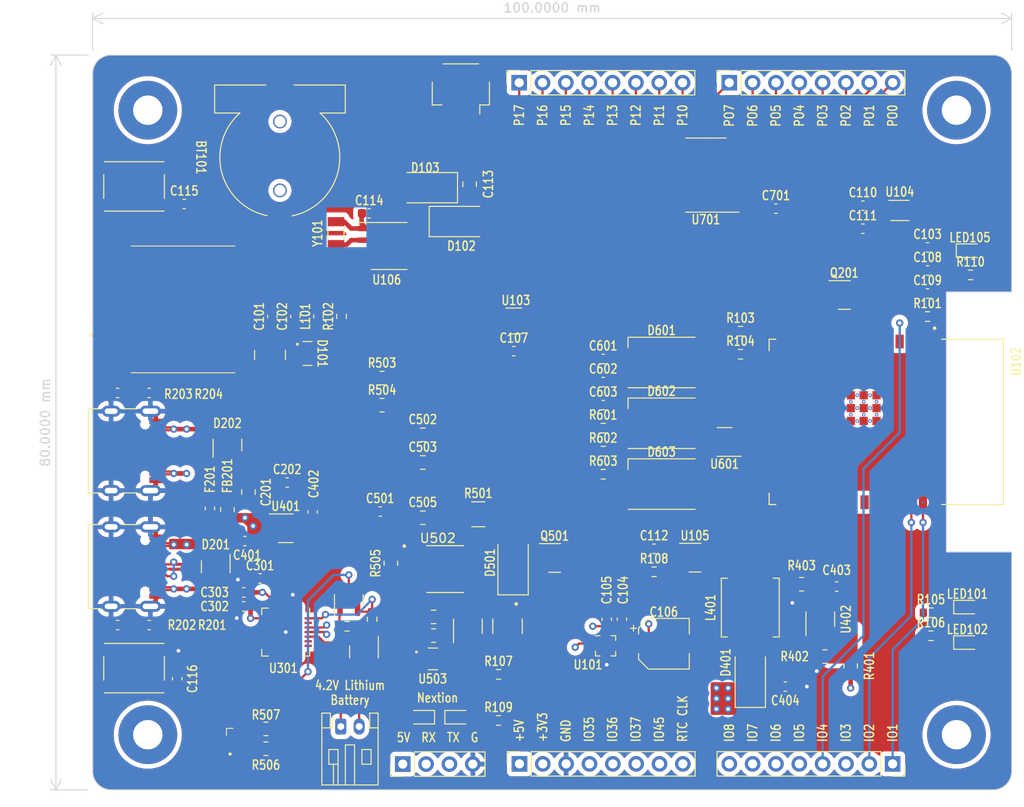
<source format=kicad_pcb>
(kicad_pcb (version 20221018) (generator pcbnew)
  (layers (0 "F.Cu" signal) (1 "In1.Cu" power) (2 "In2.Cu" power) (31 "B.Cu" signal) (34 "B.Paste" user) (35 "F.Paste" user) (36 "B.SilkS" user "B.Silkscreen") (37 "F.SilkS" user "F.Silkscreen") (38 "B.Mask" user) (39 "F.Mask" user) (44 "Edge.Cuts" user))
  (property "LCSC" "")
  (net 0 "")
  (net 1 "+3V3")
  (net 2 "GND")
  (net 3 "/EN")
  (net 4 "/CBATT+")
  (net 5 "Net-(C201-Pad1)")
  (net 6 "VBUS")
  (net 7 "+5V")
  (net 8 "/Battery_Management/VCC")
  (net 9 "/Battery_Management/VCC_LED")
  (net 10 "Net-(D601-VCC)")
  (net 11 "Net-(D602-VCC)")
  (net 12 "Net-(D603-VCC)")
  (net 13 "/SD_MISO")
  (net 14 "/SD_SCK")
  (net 15 "/SD_MOSI")
  (net 16 "/SD_SS")
  (net 17 "/CP2102-ESP32/D_P")
  (net 18 "/CP2102-ESP32/D_N")
  (net 19 "Net-(D401-A)")
  (net 20 "Net-(D601-DOUT)")
  (net 21 "/Addressable_LED/LED_IC")
  (net 22 "Net-(D602-DOUT)")
  (net 24 "Net-(J101-DAT2)")
  (net 25 "Net-(J101-DAT1)")
  (net 26 "/SD_DET")
  (net 27 "Net-(J101-SHIELD)")
  (net 28 "/IO2")
  (net 29 "/IO35")
  (net 30 "Net-(J201-CC1)")
  (net 32 "Net-(J201-CC2)")
  (net 34 "/IO_Expander/P00")
  (net 35 "/IO_Expander/P01")
  (net 36 "/IO_Expander/P02")
  (net 37 "/IO_Expander/P03")
  (net 38 "/IO_Expander/P04")
  (net 39 "/IO_Expander/P05")
  (net 40 "/IO_Expander/P06")
  (net 41 "/IO_Expander/P07")
  (net 42 "/IO_Expander/P10")
  (net 43 "/IO_Expander/P11")
  (net 44 "/IO_Expander/P12")
  (net 45 "/IO_Expander/P13")
  (net 46 "/IO_Expander/P14")
  (net 47 "/IO_Expander/P15")
  (net 48 "/IO_Expander/P16")
  (net 49 "/IO_Expander/P17")
  (net 50 "/ESP_TX")
  (net 51 "Net-(LED101-A)")
  (net 52 "/ESP_RX")
  (net 53 "Net-(LED102-A)")
  (net 54 "Net-(LED103-A)")
  (net 55 "/PWR_FLG")
  (net 56 "Net-(Q301-B)")
  (net 57 "/CP2102-ESP32/RTS")
  (net 58 "Net-(Q302-B)")
  (net 59 "/CP2102-ESP32/DTR")
  (net 60 "/IO0")
  (net 61 "/HALL_SNSR")
  (net 62 "Net-(U402-FB)")
  (net 63 "Net-(U402-OC)")
  (net 64 "Net-(U501-CS)")
  (net 65 "Net-(U502-PROG)")
  (net 66 "/Battery_Management/~{CHRG}")
  (net 67 "Net-(LED501-GK)")
  (net 68 "/Battery_Management/~{STDBY}")
  (net 69 "/ALS_INT")
  (net 70 "/~{ALRT}")
  (net 71 "/ACC_INT")
  (net 72 "/IO_INT")
  (net 73 "/LED_IC")
  (net 74 "/~{BUF_EN}")
  (net 75 "/RXD1")
  (net 76 "/TXD1")
  (net 77 "/~{SDA}")
  (net 78 "/~{SCL}")
  (net 98 "Net-(U501-OD)")
  (net 99 "Net-(U501-OC)")
  (net 101 "Net-(D102-K)")
  (net 102 "Net-(U106-OSCI)")
  (net 103 "-BATT")
  (net 104 "+BATT")
  (net 105 "/RTC_CLKO")
  (net 106 "Net-(LED104-A)")
  (net 107 "Net-(LED105-A)")
  (net 111 "/~{RTC_INT}")
  (net 115 "Net-(U106-OSCO)")
  (net 120 "/USBC-2.0/USB_VCC")
  (net 121 "Net-(#FLG0301-pwr)")
  (net 122 "/USB_P")
  (net 123 "/USB_N")
  (net 124 "Net-(#FLG0503-pwr)")
  (net 125 "/IO45")
  (net 126 "/IO37")
  (net 127 "/IO36")
  (net 128 "/IO1")
  (net 129 "/IO3")
  (net 130 "/IO4")
  (net 131 "/IO5")
  (net 132 "/IO6")
  (net 133 "/IO7")
  (net 134 "/IO8")
  (net 135 "Net-(J202-CC1)")
  (net 137 "Net-(J202-CC2)")
  (net 141 "Net-(LED501-RK)")
  (footprint "Package_TO_SOT_SMD:SOT-23" (layer "F.Cu") (at 141.2725 115.758)
    (fp_text reference "Q501")
    (fp_text value "Q_PMOS_DGS")
  )
  (footprint "Resistor_SMD:R_0603_1608Metric" (layer "F.Cu") (at 118.682 123.19)
    (fp_text reference "R302" hide)
    (fp_text value "10K")
  )
  (footprint "Capacitor_SMD:C_0603_1608Metric" (layer "F.Cu") (at 109.22 117.983 180)
    (fp_text reference "C301")
    (fp_text value "100nF")
  )
  (footprint "Package_DFN_QFN:QFN-28-1EP_5x5mm_P0.5mm_EP3.35x3.35mm" (layer "F.Cu") (at 112.006 123.825 -90)
    (fp_text reference "U301")
    (fp_text value "CP2102-GMR")
  )
  (footprint "Resistor_SMD:R_0603_1608Metric" (layer "F.Cu") (at 186.5254 84.9376)
    (fp_text reference "R110")
    (fp_text value "1K")
  )
  (footprint "Package_TO_SOT_SMD:SOT-23-5" (layer "F.Cu") (at 112.014 112.522)
    (fp_text reference "U401")
    (fp_text value "XC6220B331MR-G")
  )
  (footprint "Package_LGA:LGA-12_2x2mm_P0.5mm" (layer "F.Cu") (at 146.812 125.3236)
    (fp_text reference "U101")
    (fp_text value "LIS2DW12")
  )
  (footprint "Resistor_SMD:R_0805_2012Metric" (layer "F.Cu") (at 128.0995 124.206)
    (fp_text reference "R502" hide)
    (fp_text value "100")
  )
  (footprint "LED_SMD:LED_0603_1608Metric" (layer "F.Cu") (at 126.7205 133.096 180)
    (fp_text reference "LED104" hide)
    (fp_text value "GREEN")
  )
  (footprint "Resistor_SMD:R_0603_1608Metric" (layer "F.Cu") (at 181.851 89.4704)
    (fp_text reference "R101")
    (fp_text value "10K")
  )
  (footprint "Package_TO_SOT_SMD:SOT-143" (layer "F.Cu") (at 105.664 103.46 90)
    (fp_text reference "D202")
    (fp_text value "SP0503BAHT")
  )
  (footprint "Capacitor_SMD:C_0603_1608Metric" (layer "F.Cu") (at 181.851 86.9604)
    (fp_text reference "C109")
    (fp_text value "100nF")
  )
  (footprint "Connector_PinSocket_2.54mm:PinSocket_1x08_P2.54mm_Vertical" (layer "F.Cu") (at 137.444 138.176 90)
    (fp_text reference "J104" hide)
    (fp_text value "Conn_01x08")
  )
  (footprint "Package_TO_SOT_SMD:SOT-23-6" (layer "F.Cu") (at 170.18 122.428 90)
    (fp_text reference "U402")
    (fp_text value "MT3608L")
  )
  (footprint "Capacitor_SMD:C_0603_1608Metric" (layer "F.Cu") (at 121.083 78.232 180)
    (fp_text reference "C114")
    (fp_text value "15pF")
  )
  (footprint "Capacitor_SMD:C_0603_1608Metric" (layer "F.Cu") (at 165.354 77.724)
    (fp_text reference "C701")
    (fp_text value "100nF")
  )
  (footprint "Capacitor_SMD:C_0603_1608Metric" (layer "F.Cu") (at 100.203 128.905 90)
    (fp_text reference "C116")
    (fp_text value "100nF")
  )
  (footprint "Connector_PinSocket_2.54mm:PinSocket_1x08_P2.54mm_Vertical" (layer "F.Cu") (at 178.054 138.176 -90)
    (fp_text reference "J106" hide)
    (fp_text value "Conn_01x08")
  )
  (footprint "Capacitor_SMD:C_0603_1608Metric" (layer "F.Cu") (at 136.8318 93.2348)
    (fp_text reference "C107")
    (fp_text value "100nF")
  )
  (footprint "Capacitor_SMD:C_0603_1608Metric" (layer "F.Cu") (at 152.0925 114.7524)
    (fp_text reference "C112")
    (fp_text value "100nF")
  )
  (footprint "Capacitor_SMD:C_0805_2012Metric" (layer "F.Cu") (at 126.923 105.361)
    (fp_text reference "C503")
    (fp_text value "10uF")
  )
  (footprint "Connector_JST:JST_SH_SM04B-SRSS-TB_1x04-1MP_P1.00mm_Horizontal" (layer "F.Cu") (at 131.064 64.643 180)
    (fp_text reference "J103" hide)
    (fp_text value "Conn_01x04")
  )
  (footprint "Sensor_Humidity:Sensirion_DFN-8-1EP_2.5x2.5mm_P0.5mm_EP1.1x1.7mm" (layer "F.Cu") (at 137.0518 89.9548)
    (fp_text reference "U103")
    (fp_text value "SHT30-DIS-B2.5KS")
  )
  (footprint "Package_TO_SOT_SMD:SOT-23-5" (layer "F.Cu") (at 159.766 103.124 180)
    (fp_text reference "U601")
    (fp_text value "SN74AHCT1G125DBVR")
  )
  (footprint "LED_SMD:LED_WS2812_PLCC6_5.0x5.0mm_P1.6mm" (layer "F.Cu") (at 152.908 107.712)
    (fp_text reference "D603")
    (fp_text value "WS2813B")
  )
  (footprint "OptoDevice:Lite-On_LTR-303ALS-01" (layer "F.Cu") (at 178.8304 77.9168)
    (fp_text reference "U104")
    (fp_text value "LTR-F216A")
  )
  (footprint "Capacitor_SMD:C_0603_1608Metric" (layer "F.Cu") (at 100.965 77.216)
    (fp_text reference "C115")
    (fp_text value "100nF")
  )
  (footprint "LED_SMD:LED_0603_1608Metric" (layer "F.Cu") (at 186.182 124.968)
    (fp_text reference "LED102")
    (fp_text value "GREEN")
  )
  (footprint "User Custom Footprint:XKB-Connectivity-TS-1187A-B-A-B" (layer "F.Cu") (at 95.504 75.311 180)
    (fp_text reference "SW101" hide)
    (fp_text value "SW_SPST")
  )
  (footprint "Capacitor_SMD:C_0603_1608Metric" (layer "F.Cu") (at 146.558 94.086)
    (fp_text reference "C601")
    (fp_text value "100nF")
  )
  (footprint "Resistor_SMD:R_0603_1608Metric" (layer "F.Cu") (at 146.558 101.616)
    (fp_text reference "R601")
    (fp_text value "200")
  )
  (footprint "Capacitor_SMD:C_0603_1608Metric" (layer "F.Cu") (at 93.726 123.063)
    (fp_text reference "R202")
    (fp_text value "5K1")
  )
  (footprint "Resistor_SMD:R_0603_1608Metric" (layer "F.Cu") (at 152.0925 117.2624)
    (fp_text reference "R108")
    (fp_text value "2K7")
  )
  (footprint "MountingHole:MountingHole_3.2mm_M3_Pad" (layer "F.Cu") (at 97 67)
    (fp_text reference "H104" hide)
    (fp_text value "MountingHole_Pad")
  )
  (footprint "Capacitor_SMD:C_0805_2012Metric" (layer "F.Cu") (at 132.018 75.057 90)
    (fp_text reference "C113")
    (fp_text value "100nF")
  )
  (footprint "Resistor_SMD:R_0805_2012Metric" (layer "F.Cu") (at 109.855 136.53 180)
    (fp_text reference "R506")
    (fp_text value "2K")
  )
  (footprint "Capacitor_SMD:C_0603_1608Metric" (layer "F.Cu") (at 181.851 81.9404)
    (fp_text reference "C103")
    (fp_text value "1uF")
  )
  (footprint "Resistor_SMD:R_Array_Convex_4x0603" (layer "F.Cu") (at 110.2961 93.6388 90)
    (fp_text reference "RN101" hide)
    (fp_text value "10K")
  )
  (footprint "Connector_PinSocket_2.54mm:PinSocket_1x08_P2.54mm_Vertical" (layer "F.Cu") (at 160.274 64.008 90)
    (fp_text reference "J701" hide)
    (fp_text value "Conn_01x08")
  )
  (footprint "Capacitor_SMD:C_0603_1608Metric" (layer "F.Cu") (at 114.935 110.744 90)
    (fp_text reference "C402")
    (fp_text value "4.7uF")
  )
  (footprint "Capacitor_SMD:C_0805_2012Metric" (layer "F.Cu") (at 128.0995 122.174 180)
    (fp_text reference "C504" hide)
    (fp_text value "100nF")
  )
  (footprint "Package_TO_SOT_SMD:SOT-23-6" (layer "F.Cu") (at 131.826 123.19 90)
    (fp_text reference "U501" hide)
    (fp_text value "FS312F-G")
  )
  (footprint "Capacitor_SMD:C_0603_1608Metric" (layer "F.Cu") (at 146.558 96.596)
    (fp_text reference "C602")
    (fp_text value "100nF")
  )
  (footprint "User Custom Footprint:SOP127P600X175-9N" (layer "F.Cu") (at 129.351 116.967)
    (fp_text reference "U502")
    (fp_text value "TP4056")
  )
  (footprint "User Custom Footprint:ESP32-S3-WROOM" (layer "F.Cu") (at 177.36 100.94 -90)
    (fp_text reference locked "U102")
    (fp_text value "ESP32-S3-WROOM-1-N8R2")
  )
  (footprint "Resistor_SMD:R_0603_1608Metric" (layer "F.Cu") (at 182.2196 124.2268)
    (fp_text reference "R106")
    (fp_text value "1K")
  )
  (footprint "Capacitor_SMD:C_0603_1608Metric" (layer "F.Cu") (at 107.442 121.031 180)
    (fp_text reference "C302")
    (fp_text value "1uF")
  )
  (footprint "Capacitor_SMD:C_0603_1608Metric" (layer "F.Cu") (at 112.1664 107.5436)
    (fp_text reference "C202")
    (fp_text value "100nF")
  )
  (footprint "Resistor_SMD:R_0805_2012Metric" (layer "F.Cu") (at 105.664 110.49 -90)
    (fp_text reference "FB201")
    (fp_text value "FerriteBead_Small")
  )
  (footprint "Resistor_SMD:R_0805_2012Metric" (layer "F.Cu") (at 122.493 96.171)
    (fp_text reference "R503")
    (fp_text value "100K")
  )
  (footprint "Capacitor_SMD:C_0603_1608Metric" (layer "F.Cu") (at 122.293 110.701)
    (fp_text reference "C501")
    (fp_text value "22uF")
  )
  (footprint "Capacitor_SMD:C_0603_1608Metric" (layer "F.Cu") (at 174.8204 79.9068)
    (fp_text reference "C111")
    (fp_text value "4.7uF")
  )
  (footprint "Capacitor_SMD:C_0805_2012Metric" (layer "F.Cu") (at 126.923 102.351)
    (fp_text reference "C502")
    (fp_text value "10uF")
  )
  (footprint "User Custom Footprint:MAX17048G&plus_T10" (layer "F.Cu") (at 128.016 126.746)
    (fp_text reference "U503")
    (fp_text value "MAX17048" hide)
  )
  (footprint "Diode_SMD:D_SMA" (layer "F.Cu") (at 127.192 75.438 180)
    (fp_text reference "D103")
    (fp_text value "D_Schottky")
  )
  (footprint "User Custom Footprint:LED-4_1.6x1.6x0.85P" (layer "F.Cu") (at 106.553 135.509 90)
    (fp_text reference "LED501" hide)
    (fp_text value "LED_RAGB")
  )
  (footprint "Package_TO_SOT_SMD:SOT-23" (layer "F.Cu") (at 118.872 120.396 90)
    (fp_text reference "Q302" hide)
    (fp_text value "S8050")
  )
  (footprint "Capacitor_SMD:C_0603_1608Metric" (layer "F.Cu") (at 93.713 97.79)
    (fp_text reference "R203")
    (fp_text value "5K1")
  )
  (footprint "Capacitor_SMD:C_0603_1608Metric" (layer "F.Cu") (at 97.142 97.79 180)
    (fp_text reference "R204")
    (fp_text value "5K1")
  )
  (footprint "Capacitor_SMD:C_0603_1608Metric" (layer "F.Cu") (at 107.442 119.507 180)
    (fp_text reference "C303")
    (fp_text value "100nF")
  )
  (footprint "Capacitor_SMD:C_0603_1608Metric" (layer "F.Cu") (at 171.958 118.872)
    (fp_text reference "C403")
    (fp_text value "22uF")
  )
  (footprint "Resistor_SMD:R_0805_2012Metric" (layer "F.Cu") (at 170.688 126.492 180)
    (fp_text reference "R402")
    (fp_text value "1K")
  )
  (footprint "Resistor_SMD:R_0805_2012Metric" (layer "F.Cu") (at 173.482 127.508 90)
    (fp_text reference "R401")
    (fp_text value "7.5K")
  )
  (footprint "Package_TO_SOT_SMD:SOT-23" (layer "F.Cu") (at 156.5425 115.7224)
    (fp_text reference "U105")
    (fp_text value "UHE4913")
  )
  (footprint "Capacitor_SMD:C_0805_2012Metric" (layer "F.Cu") (at 126.923 111.381)
    (fp_text reference "C505")
    (fp_text value "100nF")
  )
  (footprint "LED_SMD:LED_WS2812_PLCC6_5.0x5.0mm_P1.6mm" (layer "F.Cu") (at 152.908 94.472)
    (fp_text reference "D601")
    (fp_text value "WS2813B")
  )
  (footprint "User Custom Footprint:SOT95P280X145-6N" (layer "F.Cu") (at 136.144 123.19 -90)
    (fp_text reference "Q502" hide)
    (fp_text value "FS8205")
  )
  (footprint "MountingHole:MountingHole_3.2mm_M3_Pad" (layer "F.Cu") (at 97 135)
    (fp_text reference "H101" hide)
    (fp_text value "MountingHole_Pad")
  )
  (footprint "Capacitor_SMD:CP_Elec_5x5.4" (layer "F.Cu") (at 153.162 125.095)
    (fp_text reference "C106")
    (fp_text value "10uF")
  )
  (footprint "Resistor_SMD:R_0603_1608Metric" (layer "F.Cu") (at 146.558 106.636)
    (fp_text reference "R603")
    (fp_text value "200")
  )
  (footprint "User Custom Footprint:BatteryHolder_CR1220" (layer "F.Cu") (at 111.379 72.136 -90)
    (fp_text reference "BT101")
    (fp_text value "Battery_Cell")
  )
  (footprint "Resistor_SMD:R_0603_1608Metric" (layer "F.Cu") (at 135.1666 128.4316)
    (fp_text reference "R107")
    (fp_text value "1K")
  )
  (footprint "Capacitor_SMD:C_0603_1608Metric" (layer "F.Cu") (at 174.8204 77.3968)
    (fp_text reference "C110")
    (fp_text value "100nF")
  )
  (footprint "Package_TO_SOT_SMD:SOT-143" (layer "F.Cu") (at 104.394 116.713 -90)
    (fp_text reference "D201")
    (fp_text value "SP0503BAHT")
  )
  (footprint "Resistor_SMD:R_0603_1608Metric" (layer "F.Cu") (at 146.558 104.126)
    (fp_text reference "R602")
    (fp_text value "200")
  )
  (footprint "Connector_PinHeader_2.54mm:PinHeader_1x04_P2.54mm_Vertical" (layer "F.Cu") (at 124.744 138.201 90)
    (fp_text reference "J102" hide)
    (fp_text value "Conn_01x04")
  )
  (footprint "Connector_PinSocket_2.54mm:PinSocket_1x08_P2.54mm_Vertical" (layer "F.Cu") (at 137.414 64.008 90)
    (fp_text reference "J702" hide)
    (fp_text value "Conn_01x08")
  )
  (footprint "Package_SO:SOIC-8_3.9x4.9mm_P1.27mm" (layer "F.Cu") (at 123.255 81.788)
    (fp_text reference "U106")
    (fp_text value "PCF8563T")
  )
  (footprint "Capacitor_SMD:C_0603_1608Metric" (layer "F.Cu") (at 166.37 129.76)
    (fp_text reference "C404")
    (fp_text value "22uF")
  )
  (footprint "Capacitor_SMD:C_0603_1608Metric" (layer "F.Cu") (at 148.59 122.428 90)
    (fp_text reference "C104")
    (fp_text value "100nF")
  )
  (footprint "Resistor_SMD:R_0603_1608Metric" (layer "F.Cu") (at 161.4932 91.0636)
    (fp_text reference "R103")
    (fp_text value "1K")
  )
  (footprint "MountingHole:MountingHole_3.2mm_M3_Pad" (layer "F.Cu") (at 185 135)
    (fp_text reference "H102" hide)
    (fp_text value "MountingHole_Pad")
  )
  (footprint "Resistor_SMD:R_1210_3225Metric" (layer "F.Cu") (at 132.969 110.998)
    (fp_text reference "R501")
    (fp_text value "0.4")
  )
  (footprint "User Custom Footprint:XKB-Connectivity-TS-1187A-B-A-B" (layer "F.Cu") (at 95.504 127.762 180)
    (fp_text reference "SW102" hide)
    (fp_text value "SW_SPST")
  )
  (footprint "Capacitor_SMD:C_0603_1608Metric" (layer "F.Cu") (at 181.851 84.4504)
    (fp_text reference "C108")
    (fp_text value "10uF")
  )
  (footprint "Package_TO_SOT_SMD:SOT-23" (layer "F.Cu") (at 120.523 125.984 -90)
    (fp_text reference "Q301" hide)
    (fp_text value "S8050")
  )
  (footprint "Resistor_SMD:R_0603_1608Metric" (layer "F.Cu") (at 161.4932 93.5736)
    (fp_text reference "R104")
    (fp_text value "1K")
  )
  (footprint "Capacitor_SMD:C_0603_1608Metric" (layer "F.Cu") (at 107.569 113.919)
    (fp_text reference "C401")
    (fp_text value "22uF")
  )
  (footprint "Connector_JST:JST_PH_S2B-PH-K_1x02_P2.00mm_Horizontal" (layer "F.Cu") (at 117.999 134.112)
    (fp_text reference "J105" hide)
    (fp_text value "Conn_01x02")
  )
  (footprint "LED_SMD:LED_WS2812_PLCC6_5.0x5.0mm_P1.6mm" (layer "F.Cu") (at 152.908 101.092)
    (fp_text reference "D602")
    (fp_text value "WS2813B")
  )
  (footprint "Diode_SMD:D_SMA" (layer "F.Cu") (at 136.749 116.266 90)
    (fp_text reference "D501")
    (fp_text value "D_Schottky")
  )
  (footprint "User Custom Footprint:USB_C_Receptable_918-418K2023S40001" (layer "F.Cu") (at 96.71 104.095 -90)
    (fp_text reference "J202" hide)
    (fp_text value "USB_C_Receptacle_USB2.0")
  )
  (footprint "Capacitor_SMD:C_0603_1608Metric" (layer "F.Cu") (at 110.55 89.4588 90)
    (fp_text reference "C101")
    (fp_text value "10uF")
  )
  (footprint "Resistor_SMD:R_0805_2012Metric" (layer "F.Cu") (at 122.493 99.121)
    (fp_text reference "R504")
    (fp_text value "2K")
  )
  (footprint "User Custom Footprint:USB_C_Receptable_918-418K2023S40001" (layer "F.Cu") (at 96.71 116.7 -90)
    (fp_text reference "J201" hide)
    (fp_text value "USB_C_Receptacle_USB2.0")
  )
  (footprint "Resistor_SMD:R_0805_2012Metric" (layer "F.Cu") (at 168.148 118.618 180)
    (fp_text reference "R403")
    (fp_text value "24K")
  )
  (footprint "Package_SO:TSSOP-24_4.4x7.8mm_P0.65mm" (layer "F.Cu") (at 157.734 74.0664 180)
    (fp_text reference "U701")
    (fp_text value "PCA9535PW")
  )
  (footprint "Capacitor_SMD:C_0603_1608Metric" (layer "F.Cu") (at 146.558 99.106)
    (fp_text reference "C603")
    (fp_text value "100nF")
  )
  (footprint "User Custom Footprint:L_6.0x6.0_H4.5" (layer "F.Cu") (at 162.56 121.158 -90)
    (fp_text reference "L401")
    (fp_text value "6.8 uH" hide)
  )
  (footprint "Resistor_SMD:R_0603_1608Metric" (layer "F.Cu") (at 182.2196 121.7168)
    (fp_text reference "R105")
    (fp_text value "1K")
  )
  (footprint "Inductor_SMD:L_0603_1608Metric" (layer "F.Cu") (at 115.57 89.4588 90)
    (fp_text reference "L101")
    (fp_text value "L_Ferrite_Small")
  )
  (footprint "Crystal:Crystal_SMD_3215-2Pin_3.2x1.5mm" (layer "F.Cu") (at 117.475 80.391 90)
    (fp_text reference "Y101")
    (fp_text value "32.768k")
  )
  (footprint "User Custom Footprint:DM3CS-SF" (layer "F.Cu") (at 99.4278 88.4936 -90)
    (fp_text reference "J101" hide)
    (fp_text value "Micro_SD_Card_Det_Hirose_DM3CS-SF" hide)
  )
  (footprint "Capacitor_SMD:C_0603_1608Metric" (layer "F.Cu") (at 97.155 123.063 180)
    (fp_text reference "R201")
    (fp_text value "5K1")
  )
  (footprint "Diode_SMD:D_SMA" (layer "F.Cu") (at 131.129 79.121)
    (fp_text reference "D102")
    (fp_text value "D_Schottky")
  )
  (footprint "Capacitor_SMD:C_0603_1608Metric" (layer "F.Cu") (at 146.939 122.428 90)
    (fp_text reference "C105")
    (fp_text value "100nF")
  )
  (footprint "Capacitor_SMD:C_0805_2012Metric" (layer "F.Cu") (at 107.95 108.585 90)
    (fp_text reference "C201")
    (fp_text value "10uF")
  )
  (footprint "Resistor_SMD:R_0603_1608Metric" (layer "F.Cu") (at 118.08 89.4588 90)
    (fp_text reference "R102")
    (fp_text value "10K")
  )
  (footprint "LED_SMD:LED_0603_1608Metric" (layer "F.Cu") (at 186.182 121.108)
    (fp_text reference "LED101")
    (fp_text value "BLUE")
  )
  (footprint "MountingHole:MountingHole_3.2mm_M3_Pad" (layer "F.Cu") (at 185 67)
    (fp_text reference "H103" hide)
    (fp_text value "MountingHole_Pad")
  )
  (footprint "User Custom Footprint:SLP2510P8" (layer "F.Cu") (at 114.3811 93.4888 -90)
    (fp_text reference "D101")
    (fp_text value "RClamp0524PATCT")
  )
  (footprint "Resistor_SMD:R_0805_2012Metric" (layer "F.Cu") (at 109.855 134.371 180)
    (fp_text reference "R507")
    (fp_text value "1K")
  )
  (footprint "Resistor_SMD:R_0603_1608Metric" (layer "F.Cu") (at 121.412 122.428 90)
    (fp_text reference "R301" hide)
    (fp_text value "10K")
  )
  (footprint "LED_SMD:LED_0603_1608Metric" (layer "F.Cu") (at 130.81 133.096)
    (fp_text reference "LED103" hide)
    (fp_text value "BLUE")
  )
  (footprint "Diode_SMD:D_SMA" (layer "F.Cu") (at 162.56 128.524 90)
    (fp_text reference "D401")
    (fp_text value "D_Schottky")
  )
  (footprint "Resistor_SMD:R_0805_2012Metric" (layer "F.Cu") (at 123.444 116.332 90)
    (fp_text reference "R505")
    (fp_text value "2K")
  )
  (footprint "Package_TO_SOT_SMD:SOT-23" (layer "F.Cu") (at 172.7985 87.122)
    (fp_text reference "Q201")
    (fp_text value "Q_NMOS_GSD")
  )
  (footprint "LED_SMD:LED_0603_1608Metric" (layer "F.Cu") (at 186.4615 82.296)
    (fp_text reference "LED105")
    (fp_text value "RED")
  )
  (footprint "Capacitor_SMD:C_0603_1608Metric" (layer "F.Cu") (at 113.06 89.4588 90)
    (fp_text reference "C102")
    (fp_text value "100nF")
  )
  (footprint "Resistor_SMD:R_0603_1608Metric" (layer "F.Cu") (at 135.1666 133.4516)
    (fp_text reference "R109")
    (fp_text value "1K")
  )
  (footprint "Fuse:Fuse_0603_1608Metric" (layer "F.Cu") (at 103.759 110.363 90)
    (fp_text reference "F201")
    (fp_text value "Polyfuse_Small")
  )
  (gr_line locked (start 191 76.6) (end 191 63) (stroke (width 0.1)) (layer "Edge.Cuts"))
  (gr_line locked (start 91.000001 138.999999) (end 91 63) (stroke (width 0.1)) (layer "Edge.Cuts"))
  (gr_arc locked (start 190.999999 138.999999) (mid 190.414213 140.414213) (end 188.999999 140.999999) (stroke (width 0.1)) (layer "Edge.Cuts"))
  (gr_line locked (start 188.999999 140.999999) (end 93.000001 140.999999) (stroke (width 0.1)) (layer "Edge.Cuts"))
  (gr_line locked (start 93 61) (end 189 61) (stroke (width 0.1)) (layer "Edge.Cuts"))
  (gr_line locked (start 190.999999 138.999999) (end 191 125.1) (stroke (width 0.1)) (layer "Edge.Cuts"))
  (gr_line locked (start 191 125.1) (end 191 115.1) (stroke (width 0.1)) (layer "Edge.Cuts"))
  (gr_line locked (start 183.9 86.8) (end 191 86.8) (stroke (width 0.1)) (layer "Edge.Cuts"))
  (gr_line locked (start 191 86.8) (end 191 76.6) (stroke (width 0.1)) (layer "Edge.Cuts"))
  (gr_line locked (start 191 115.1) (end 183.9 115.1) (stroke (width 0.1)) (layer "Edge.Cuts"))
  (gr_arc locked (start 189 61) (mid 190.414214 61.585786) (end 191 63) (stroke (width 0.1)) (layer "Edge.Cuts"))
  (gr_line locked (start 183.9 115.1) (end 183.9 86.8) (stroke (width 0.1)) (layer "Edge.Cuts"))
  (gr_arc locked (start 91 63) (mid 91.585786 61.585786) (end 93 61) (stroke (width 0.1)) (layer "Edge.Cuts"))
  (gr_arc locked (start 93.000001 140.999999) (mid 91.585787 140.414213) (end 91.000001 138.999999) (stroke (width 0.1)) (layer "Edge.Cuts"))
  (gr_text "P11" (at 152.654 66.294 90) (layer "F.SilkS") (effects (font (size 1 0.8) (thickness 0.153) bold) (justify right)))
  (gr_text "P16" (at 139.954 66.294 90) (layer "F.SilkS") (effects (font (size 1 0.8) (thickness 0.153) bold) (justify right)))
  (gr_text "Nextion" (at 128.524 131.572) (layer "F.SilkS") (effects (font (size 1 0.8)) (justify bottom)))
  (gr_text "IO36" (at 147.574 135.89 90) (layer "F.SilkS") (effects (font (size 1 0.8) (thickness 0.153) bold) (justify left)))
  (gr_text "P10" (at 155.194 66.294 90) (layer "F.SilkS") (effects (font (size 1 0.8) (thickness 0.153) bold) (justify right)))
  (gr_text "IO2" (at 175.514 135.89 90) (layer "F.SilkS") (effects (font (size 1 0.8) (thickness 0.153) bold) (justify left)))
  (gr_text "PO4" (at 167.894 66.294 90) (layer "F.SilkS") (effects (font (size 1 0.8) (thickness 0.153) bold) (justify right)))
  (gr_text "PO6" (at 162.814 66.294 90) (layer "F.SilkS") (effects (font (size 1 0.8) (thickness 0.153) bold) (justify right)))
  (gr_text "IO8" (at 160.274 135.89 90) (layer "F.SilkS") (effects (font (size 1 0.8) (thickness 0.153) bold) (justify left)))
  (gr_text "PO0" (at 178.054 66.294 90) (layer "F.SilkS") (effects (font (size 1 0.8) (thickness 0.153) bold) (justify right)))
  (gr_text "P12" (at 150.114 66.294 90) (layer "F.SilkS") (effects (font (size 1 0.8) (thickness 0.153) bold) (justify right)))
  (gr_text "IO6" (at 165.354 135.89 90) (layer "F.SilkS") (effects (font (size 1 0.8) (thickness 0.153) bold) (justify left)))
  (gr_text "IO7" (at 162.814 135.89 90) (layer "F.SilkS") (effects (font (size 1 0.8) (thickness 0.153) bold) (justify left)))
  (gr_text "GND" (at 142.494 135.89 90) (layer "F.SilkS") (effects (font (size 1 0.8) (thickness 0.153) bold) (justify left)))
  (gr_text "IO3" (at 172.974 135.89 90) (layer "F.SilkS") (effects (font (size 1 0.8) (thickness 0.153) bold) (justify left)))
  (gr_text "P15" (at 142.494 66.294 90) (layer "F.SilkS") (effects (font (size 1 0.8) (thickness 0.153) bold) (justify right)))
  (gr_text "IO1" (at 178.054 135.89 90) (layer "F.SilkS") (effects (font (size 1 0.8) (thickness 0.153) bold) (justify left)))
  (gr_text "PO7" (at 160.274 66.294 90) (layer "F.SilkS") (effects (font (size 1 0.8) (thickness 0.153) bold) (justify right)))
  (gr_text "P14" (at 145.034 66.294 90) (layer "F.SilkS") (effects (font (size 1 0.8) (thickness 0.153) bold) (justify right)))
  (gr_text "+3V3" (at 139.954 135.89 90) (layer "F.SilkS") (effects (font (size 1 0.8) (thickness 0.153) bold) (justify left)))
  (gr_text "PO5" (at 165.354 66.294 90) (layer "F.SilkS") (effects (font (size 1 0.8) (thickness 0.153) bold) (justify right)))
  (gr_text "IO5" (at 167.894 135.89 90) (layer "F.SilkS") (effects (font (size 1 0.8) (thickness 0.153) bold) (justify left)))
  (gr_text "RTC CLK" (at 155.194 135.89 90) (layer "F.SilkS") (effects (font (size 1 0.8) (thickness 0.153) bold) (justify left)))
  (gr_text "IO4" (at 170.434 135.89 90) (layer "F.SilkS") (effects (font (size 1 0.8) (thickness 0.153) bold) (justify left)))
  (gr_text "P17" (at 137.414 66.294 90) (layer "F.SilkS") (effects (font (size 1 0.8) (thickness 0.153) bold) (justify right)))
  (gr_text "PO2" (at 172.974 66.294 90) (layer "F.SilkS") (effects (font (size 1 0.8) (thickness 0.153) bold) (justify right)))
  (gr_text "PO3" (at 170.434 66.294 90) (layer "F.SilkS") (effects (font (size 1 0.8) (thickness 0.153) bold) (justify right)))
  (gr_text "IO35" (at 145.034 135.89 90) (layer "F.SilkS") (effects (font (size 1 0.8) (thickness 0.153) bold) (justify left)))
  (gr_text "IO37" (at 150.114 135.89 90) (layer "F.SilkS") (effects (font (size 1 0.8) (thickness 0.153) bold) (justify left)))
  (gr_text "P13" (at 147.574 66.294 90) (layer "F.SilkS") (effects (font (size 1 0.8) (thickness 0.153) bold) (justify right)))
  (gr_text "+5V" (at 137.414 135.89 90) (layer "F.SilkS") (effects (font (size 1 0.8) (thickness 0.153) bold) (justify left)))
  (gr_text "4.2V Lithium\nBattery" (at 118.999 130.429) (layer "F.SilkS") (effects (font (size 1 0.8))))
  (gr_text "IO45" (at 152.654 135.89 90) (layer "F.SilkS") (effects (font (size 1 0.8) (thickness 0.153) bold) (justify left)))
  (gr_text "PO1" (at 175.514 66.294 90) (layer "F.SilkS") (effects (font (size 1 0.8) (thickness 0.153) bold) (justify right)))
  (gr_text "5V  RX  TX  G\n" (at 128.524 135.89) (layer "F.SilkS") (effects (font (size 1 0.8)) (justify bottom)))
  (dimension (type orthogonal) (layer "Edge.Cuts") (pts (xy 91 61) (xy 91 141)) (height -4) (orientation 1) (gr_text "80.0000 mm" (at 85.85 101 90) (layer "Edge.Cuts") (effects (font (size 1 1) (thickness 0.15)))) (format (prefix "") (suffix "") (units 3) (units_format 1) (precision 4)) (style (thickness 0.1) (arrow_length 1.27) (text_position_mode 0) (extension_height 0.58642) (extension_offset 0.5) keep_text_aligned))
  (dimension locked (type orthogonal) (layer "Edge.Cuts") (pts (xy 91 61) (xy 191 61)) (height -4) (orientation 0) (gr_text "100.0000 mm" (at 141 55.85) (layer "Edge.Cuts") (effects (font (size 1 1) (thickness 0.15)))) (format (prefix "") (suffix "") (units 3) (units_format 1) (precision 4)) (style (thickness 0.1) (arrow_length 1.27) (text_position_mode 0) (extension_height 0.58642) (extension_offset 0.5) keep_text_aligned))
  (segment (start 143.51 125.476) (end 143.9124 125.0736) (width 0.25) (layer "F.Cu") (net 1))
  (segment (start 150.495 123.571) (end 150.495 124.628) (width 0.25) (layer "F.Cu") (net 1))
  (segment (start 150.127 123.203) (end 150.495 123.571) (width 0.25) (layer "F.Cu") (net 1))
  (segment (start 146.926 123.19) (end 146.939 123.203) (width 0.25) (layer "F.Cu") (net 1))
  (segment (start 113.1515 111.572) (end 114.882 111.572) (width 0.5) (layer "F.Cu") (net 1))
  (segment (start 146.939 123.203) (end 147.5745 123.8385) (width 0.25) (layer "F.Cu") (net 1))
  (segment (start 150.495 124.628) (end 150.962 125.095) (width 0.25) (layer "F.Cu") (net 1))
  (segment (start 150.962 125.095) (end 150.962 124.87) (width 0.25) (layer "F.Cu") (net 1))
  (segment (start 150.9406 125.0736) (end 147.5745 125.0736) (width 0.25) (layer "F.Cu") (net 1))
  (segment (start 114.882 111.572) (end 114.935 111.519) (width 0.5) (layer "F.Cu") (net 1))
  (segment (start 148.59 123.203) (end 150.127 123.203) (width 0.25) (layer "F.Cu") (net 1))
  (segment (start 151.511 122.936) (end 151.511 124.546) (width 0.25) (layer "F.Cu") (net 1))
  (segment (start 145.415 123.19) (end 146.926 123.19) (width 0.25) (layer "F.Cu") (net 1))
  (segment (start 143.9124 125.0736) (end 146.0495 125.0736) (width 0.25) (layer "F.Cu") (net 1))
  (segment (start 150.962 125.095) (end 150.9406 125.0736) (width 0.25) (layer "F.Cu") (net 1))
  (segment (start 151.511 124.546) (end 150.962 125.095) (width 0.25) (layer "F.Cu") (net 1))
  (segment (start 147.5745 123.8385) (end 147.5745 124.5736) (width 0.25) (layer "F.Cu") (net 1))
  (via (at 145.415 123.19) (size 0.8) (drill 0.4) (layers "F.Cu" "B.Cu") (net 1))
  (via (at 143.51 125.476) (size 0.8) (drill 0.4) (layers "F.Cu" "B.Cu") (net 1))
  (via (at 151.511 122.936) (size 0.8) (drill 0.4) (layers "F.Cu" "B.Cu") (net 1))
  (segment (start 146.562 125.6486) (end 146.562 126.0861) (width 0.25) (layer "F.Cu") (net 2))
  (segment (start 147.5745 125.5736) (end 148.1796 125.5736) (width 0.25) (layer "F.Cu") (net 2))
  (segment (start 148.1796 125.5736) (end 148.59 125.984) (width 0.25) (layer "F.Cu") (net 2))
  (segment (start 97.86 112.95) (end 97.285 112.375) (width 0.5) (layer "F.Cu") (net 2))
  (segment (start 97.86 100.745) (end 97.86 100.345) (width 0.5) (layer "F.Cu") (net 2))
  (segment (start 112.506 120.031) (end 112.776 119.761) (width 0.25) (layer "F.Cu") (net 2))
  (segment (start 146.487 125.5736) (end 146.562 125.6486) (width 0.25) (layer "F.Cu") (net 2))
  (segment (start 97.86 113.35) (end 97.86 112.95) (width 0.5) (layer "F.Cu") (net 2))
  (segment (start 97.86 107.845) (end 97.285 108.42) (width 0.5) (layer "F.Cu") (net 2))
  (segment (start 112.522 121.391) (end 112.506 121.375) (width 0.25) (layer "F.Cu") (net 2))
  (segment (start 173.5 99.44) (end 173.675 99.44) (width 0.25) (layer "F.Cu") (net 2))
  (segment (start 97.86 120.45) (end 97.285 121.025) (width 0.5) (layer "F.Cu") (net 2))
  (segment (start 97.86 107.445) (end 97.86 107.845) (width 0.5) (layer "F.Cu") (net 2))
  (segment (start 97.86 120.05) (end 97.86 120.45) (width 0.5) (layer "F.Cu") (net 2))
  (segment (start 97.86 100.345) (end 97.285 99.77) (width 0.5) (layer "F.Cu") (net 2))
  (segment (start 112.506 121.375) (end 112.506 120.031) (width 0.25) (layer "F.Cu") (net 2))
  (segment (start 146.0495 125.5736) (end 146.487 125.5736) (width 0.25) (layer "F.Cu") (net 2))
  (segment (start 146.562 126.0861) (end 146.562 126.869) (width 0.25) (layer "F.Cu") (net 2))
  (via (at 169.78 128.07) (size 0.8) (drill 0.4) (layers "F.Cu" "B.Cu") (net 2))
  (via (at 167.132 120.65) (size 0.8) (drill 0.4) (layers "F.Cu" "B.Cu") (net 2))
  (via (at 112.776 119.761) (size 0.8) (drill 0.4) (layers "F.Cu" "B.Cu") (net 2))
  (via (at 100.33 125.857) (size 0.8) (drill 0.4) (layers "F.Cu" "B.Cu") (net 2))
  (via (at 112.006 123.825) (size 0.8) (drill 0.4) (layers "F.Cu" "B.Cu") (net 2))
  (via (at 106.68 122.301) (size 0.8) (drill 0.4) (layers "F.Cu" "B.Cu") (net 2))
  (via (at 146.939 127.381) (size 0.8) (drill 0.4) (layers "F.Cu" "B.Cu") (net 2))
  (via (at 168.72 129.76) (size 0.8) (drill 0.4) (layers "F.Cu" "B.Cu") (net 2))
  (via (at 106.807 118.11) (size 0.8) (drill 0.4) (layers "F.Cu" "B.Cu") (net 2))
  (segment (start 105.7535 109.535) (end 107.95 109.535) (width 1) (layer "F.Cu") (net 5))
  (segment (start 105.6875 109.601) (end 105.7535 109.535) (width 1) (layer "F.Cu") (net 5))
  (segment (start 105.662 109.5755) (end 105.664 109.5775) (width 1) (layer "F.Cu") (net 5))
  (segment (start 103.759 109.5755) (end 105.662 109.5755) (width 1) (layer "F.Cu") (net 5))
  (segment (start 108.18 121.068) (end 108.217 121.031) (width 0.5) (layer "F.Cu") (net 7))
  (segment (start 110.506 120.285) (end 110.506 121.375) (width 0.25) (layer "F.Cu") (net 7))
  (segment (start 108.458 112.268) (end 109.154 111.572) (width 0.5) (layer "F.Cu") (net 7))
  (segment (start 108.217 121.031) (end 108.217 119.507) (width 0.5) (layer "F.Cu") (net 7))
  (segment (start 107.569 111.379) (end 108.458 112.268) (width 1) (layer "F.Cu") (net 7))
  (segment (start 105.664 111.4025) (end 107.5455 111.4025) (width 1) (layer "F.Cu") (net 7))
  (segment (start 109.154 111.572) (end 110.8765 111.572) (width 0.5) (layer "F.Cu") (net 7))
  (segment (start 108.18 122.325) (end 109.556 122.325) (width 0.25) (layer "F.Cu") (net 7))
  (segment (start 108.458 112.268) (end 109.662 113.472) (width 0.5) (layer "F.Cu") (net 7))
  (segment (start 108.18 122.325) (end 108.18 121.068) (width 0.5) (layer "F.Cu") (net 7))
  (segment (start 109.474 119.507) (end 108.217 119.507) (width 0.5) (layer "F.Cu") (net 7))
  (segment (start 109.662 113.472) (end 110.8765 113.472) (width 0.5) (layer "F.Cu") (net 7))
  (segment (start 173.482 128.4205) (end 173.482 129.921) (width 0.5) (layer "F.Cu") (net 7))
  (segment (start 109.728 119.507) (end 110.506 120.285) (width 0.25) (layer "F.Cu") (net 7))
  (segment (start 109.474 119.507) (end 109.728 119.507) (width 0.25) (layer "F.Cu") (net 7))
  (via (at 108.18 122.325) (size 0.8) (drill 0.4) (layers "F.Cu" "B.Cu") (net 7))
  (via (at 109.474 119.507) (size 0.8) (drill 0.4) (layers "F.Cu" "B.Cu") (net 7))
  (via (at 107.569 111.379) (size 0.8) (drill 0.4) (layers "F.Cu" "B.Cu") (net 7))
  (via (at 173.482 129.921) (size 0.8) (drill 0.4) (layers "F.Cu" "B.Cu") (net 7))
  (via (at 158.877 131.064) (size 0.8) (drill 0.4) (layers "F.Cu" "B.Cu") (net 7))
  (via (at 108.458 112.268) (size 0.8) (drill 0.4) (layers "F.Cu" "B.Cu") (net 7))
  (via (at 158.877 132.207) (size 0.8) (drill 0.4) (layers "F.Cu" "B.Cu") (net 7))
  (via (at 158.877 129.921) (size 0.8) (drill 0.4) (layers "F.Cu" "B.Cu") (net 7))
  (via (at 160.147 131.064) (size 0.8) (drill 0.4) (layers "F.Cu" "B.Cu") (net 7))
  (via (at 160.147 129.921) (size 0.8) (drill 0.4) (layers "F.Cu" "B.Cu") (net 7))
  (via (at 160.147 132.207) (size 0.8) (drill 0.4) (layers "F.Cu" "B.Cu") (net 7))
  (segment (start 112.006 121.375) (end 112.006 118.13275) (width 0.25) (layer "F.Cu") (net 17))
  (segment (start 99.822 116.205) (end 100.06125 116.44425) (width 0.3375) (layer "F.Cu") (net 17))
  (segment (start 97.86 116.45) (end 99.577 116.45) (width 0.25) (layer "F.Cu") (net 17))
  (segment (start 103.505 116.44425) (end 103.444 116.38325) (width 0.25) (layer "F.Cu") (net 17))
  (segment (start 103.444 116.38325) (end 103.444 115.713) (width 0.25) (layer "F.Cu") (net 17))
  (segment (start 112.02875 117.36368) (end 112.02875 118.11) (width 0.3375) (layer "F.Cu") (net 17))
  (segment (start 100.06125 116.44425) (end 103.505 116.44425) (width 0.3375) (layer "F.Cu") (net 17))
  (segment (start 99.11 117.75) (end 99.822 117.75) (width 0.25) (layer "F.Cu") (net 17))
  (segment (start 112.006 118.13275) (end 112.02875 118.11) (width 0.25) (layer "F.Cu") (net 17))
  (segment (start 103.505 116.44425) (end 111.10932 116.44425) (width 0.3375) (layer "F.Cu") (net 17))
  (segment (start 99.577 116.45) (end 99.822 116.205) (width 0.25) (layer "F.Cu") (net 17))
  (segment (start 111.10932 116.44425) (end 112.02875 117.36368) (width 0.3375) (layer "F.Cu") (net 17))
  (segment (start 97.86 117.45) (end 98.81 117.45) (width 0.25) (layer "F.Cu") (net 17))
  (segment (start 98.81 117.45) (end 99.11 117.75) (width 0.25) (layer "F.Cu") (net 17))
  (via (at 99.822 117.75) (size 0.8) (drill 0.4) (layers "F.Cu" "B.Cu") (net 17))
  (via (at 99.822 116.205) (size 0.8) (drill 0.4) (layers "F.Cu" "B.Cu") (net 17))
  (segment (start 99.822 116.205) (end 99.822 117.75) (width 0.25) (layer "B.Cu") (net 17))
  (segment (start 97.86 115.95) (end 96.394 115.95) (width 0.25) (layer "F.Cu") (net 18))
  (segment (start 110.88668 116.98175) (end 111.49125 117.58632) (width 0.3375) (layer "F.Cu") (net 18))
  (segment (start 103.505 116.98175) (end 110.88668 116.98175) (width 0.3375) (layer "F.Cu") (net 18))
  (segment (start 96.139 116.713) (end 96.376 116.95) (width 0.25) (layer "F.Cu") (net 18))
  (segment (start 111.506 118.12475) (end 111.49125 118.11) (width 0.25) (layer "F.Cu") (net 18))
  (segment (start 99.42625 116.98175) (end 103.124 116.98175) (width 0.3375) (layer "F.Cu") (net 18))
  (segment (start 103.444 117.04275) (end 103.444 117.713) (width 0.25) (layer "F.Cu") (net 18))
  (segment (start 99.3945 116.95) (end 99.42625 116.98175) (width 0.25) (layer "F.Cu") (net 18))
  (segment (start 111.506 121.375) (end 111.506 118.12475) (width 0.25) (layer "F.Cu") (net 18))
  (segment (start 103.124 116.98175) (end 103.505 116.98175) (width 0.3375) (layer "F.Cu") (net 18))
  (segment (start 97.86 116.95) (end 99.3945 116.95) (width 0.25) (layer "F.Cu") (net 18))
  (segment (start 111.49125 117.58632) (end 111.49125 118.11) (width 0.3375) (layer "F.Cu") (net 18))
  (segment (start 96.394 115.95) (end 96.139 116.205) (width 0.25) (layer "F.Cu") (net 18))
  (segment (start 96.376 116.95) (end 97.86 116.95) (width 0.25) (layer "F.Cu") (net 18))
  (segment (start 96.139 116.205) (end 96.139 116.713) (width 0.25) (layer "F.Cu") (net 18))
  (segment (start 103.505 116.98175) (end 103.444 117.04275) (width 0.25) (layer "F.Cu") (net 18))
  (segment (start 180.086 109.696) (end 180.08 109.69) (width 0.25) (layer "F.Cu") (net 28))
  (segment (start 180.086 111.887) (end 180.086 109.696) (width 0.25) (layer "F.Cu") (net 28))
  (via (at 180.086 111.887) (size 0.8) (drill 0.4) (layers "F.Cu" "B.Cu") (net 28))
  (segment (start 180.08 122.053) (end 175.514 126.619) (width 0.25) (layer "B.Cu") (net 28))
  (segment (start 175.514 126.619) (end 175.514 138.176) (width 0.25) (layer "B.Cu") (net 28))
  (segment (start 180.08 122.053) (end 180.086 122.047) (width 0.25) (layer "B.Cu") (net 28))
  (segment (start 180.086 122.047) (end 180.086 111.887) (width 0.25) (layer "B.Cu") (net 28))
  (segment (start 95.624 115.45) (end 97.86 115.45) (width 0.25) (layer "F.Cu") (net 30))
  (segment (start 94.488 122.174) (end 94.869 121.793) (width 0.25) (layer "F.Cu") (net 30))
  (segment (start 94.488 123.05) (end 94.488 122.174) (width 0.25) (layer "F.Cu") (net 30))
  (segment (start 94.869 121.793) (end 94.869 116.205) (width 0.25) (layer "F.Cu") (net 30))
  (segment (start 94.501 123.063) (end 94.488 123.05) (width 0.25) (layer "F.Cu") (net 30))
  (segment (start 94.869 116.205) (end 95.624 115.45) (width 0.25) (layer "F.Cu") (net 30))
  (segment (start 96.38 123.063) (end 96.38 122.796) (width 0.25) (layer "F.Cu") (net 32))
  (segment (start 95.319 118.93) (end 95.799 118.45) (width 0.25) (layer "F.Cu") (net 32))
  (segment (start 96.38 122.796) (end 95.319 121.735) (width 0.25) (layer "F.Cu") (net 32))
  (segment (start 95.799 118.45) (end 97.86 118.45) (width 0.25) (layer "F.Cu") (net 32))
  (segment (start 95.319 121.735) (end 95.319 118.93) (width 0.25) (layer "F.Cu") (net 32))
  (segment (start 178.054 64.008) (end 166.3706 75.6914) (width 0.25) (layer "F.Cu") (net 34))
  (segment (start 166.3706 75.6914) (end 160.5965 75.6914) (width 0.25) (layer "F.Cu") (net 34))
  (segment (start 175.514 64.008) (end 175.514 64.8716) (width 0.25) (layer "F.Cu") (net 35))
  (segment (start 165.3442 75.0414) (end 160.5965 75.0414) (width 0.25) (layer "F.Cu") (net 35))
  (segment (start 175.514 64.8716) (end 165.3442 75.0414) (width 0.25) (layer "F.Cu") (net 35))
  (segment (start 164.4702 74.3914) (end 160.5965 74.3914) (width 0.25) (layer "F.Cu") (net 36))
  (segment (start 172.974 65.8876) (end 164.4702 74.3914) (width 0.25) (layer "F.Cu") (net 36))
  (segment (start 172.974 64.008) (end 172.974 65.8876) (width 0.25) (layer "F.Cu") (net 36))
  (segment (start 163.6978 73.7414) (end 160.5965 73.7414) (width 0.25) (layer "F.Cu") (net 37))
  (segment (start 170.434 64.008) (end 170.434 67.0052) (width 0.25) (layer "F.Cu") (net 37))
  (segment (start 170.434 67.0052) (end 163.6978 73.7414) (width 0.25) (layer "F.Cu") (net 37))
  (segment (start 167.894 68.1736) (end 162.9762 73.0914) (width 0.25) (layer "F.Cu") (net 38))
  (segment (start 162.9762 73.0914) (end 160.5965 73.0914) (width 0.25) (layer "F.Cu") (net 38))
  (segment (start 167.894 64.008) (end 167.894 68.1736) (width 0.25) (layer "F.Cu") (net 38))
  (segment (start 165.354 64.008) (end 165.354 69.342) (width 0.25) (layer "F.Cu") (net 39))
  (segment (start 162.2546 72.4414) (end 160.5965 72.4414) (width 0.25) (layer "F.Cu") (net 39))
  (segment (start 165.354 69.342) (end 162.2546 72.4414) (width 0.25) (layer "F.Cu") (net 39))
  (segment (start 161.6854 71.7914) (end 160.5965 71.7914) (width 0.25) (layer "F.Cu") (net 40))
  (segment (start 162.814 70.6628) (end 161.6854 71.7914) (width 0.25) (layer "F.Cu") (net 40))
  (segment (start 162.814 64.008) (end 162.814 70.6628) (width 0.25) (layer "F.Cu") (net 40))
  (segment (start 160.274 64.008) (end 157.8356 66.4464) (width 0.25) (layer "F.Cu") (net 41))
  (segment (start 157.8356 66.4464) (end 157.8356 69.6468) (width 0.25) (layer "F.Cu") (net 41))
  (segment (start 159.3302 71.1414) (end 160.5965 71.1414) (width 0.25) (layer "F.Cu") (net 41))
  (segment (start 157.8356 69.6468) (end 159.3302 71.1414) (width 0.25) (layer "F.Cu") (net 41))
  (segment (start 155.194 64.008) (end 155.194 70.1689) (width 0.25) (layer "F.Cu") (net 42))
  (segment (start 155.194 70.1689) (end 154.8715 70.4914) (width 0.25) (layer "F.Cu") (net 42))
  (segment (start 152.654 64.008) (end 152.654 70.104) (width 0.25) (layer "F.Cu") (net 43))
  (segment (start 152.654 70.104) (end 153.6914 71.1414) (width 0.25) (layer "F.Cu") (net 43))
  (segment (start 153.6914 71.1414) (end 154.8715 71.1414) (width 0.25) (layer "F.Cu") (net 43))
  (segment (start 150.114 64.008) (end 150.114 69.6468) (width 0.25) (layer "F.Cu") (net 44))
  (segment (start 150.114 69.6468) (end 152.3602 71.893) (width 0.25) (layer "F.Cu") (net 44))
  (segment (start 152.3602 71.893) (end 154.7699 71.893) (width 0.25) (layer "F.Cu") (net 44))
  (segment (start 154.7699 71.893) (end 154.8715 71.7914) (width 0.25) (layer "F.Cu") (net 44))
  (segment (start 147.574 68.326) (end 151.791 72.543) (width 0.25) (layer "F.Cu") (net 45))
  (segment (start 151.791 72.543) (end 154.7699 72.543) (width 0.25) (layer "F.Cu") (net 45))
  (segment (start 147.574 64.008) (end 147.574 68.326) (width 0.25) (layer "F.Cu") (net 45))
  (segment (start 154.7699 72.543) (end 154.8715 72.4414) (width 0.25) (layer "F.Cu") (net 45))
  (segment (start 154.7699 73.193) (end 154.8715 73.0914) (width 0.25) (layer "F.Cu") (net 46))
  (segment (start 145.034 67.564) (end 150.663 73.193) (width 0.25) (layer "F.Cu") (net 46))
  (segment (start 150.663 73.193) (end 154.7699 73.193) (width 0.25) (layer "F.Cu") (net 46))
  (segment (start 145.034 64.008) (end 145.034 67.564) (width 0.25) (layer "F.Cu") (net 46))
  (segment (start 142.494 64.008) (end 142.494 67.818) (width 0.25) (layer "F.Cu") (net 47))
  (segment (start 142.494 67.818) (end 148.519 73.843) (width 0.25) (layer "F.Cu") (net 47))
  (segment (start 148.519 73.843) (end 154.7699 73.843) (width 0.25) (layer "F.Cu") (net 47))
  (segment (start 154.7699 73.843) (end 154.8715 73.7414) (width 0.25) (layer "F.Cu") (net 47))
  (segment (start 139.954 64.008) (end 139.954 67.4116) (width 0.25) (layer "F.Cu") (net 48))
  (segment (start 139.954 67.4116) (end 147.0354 74.493) (width 0.25) (layer "F.Cu") (net 48))
  (segment (start 154.7699 74.493) (end 154.8715 74.3914) (width 0.25) (layer "F.Cu") (net 48))
  (segment (start 147.0354 74.493) (end 154.7699 74.493) (width 0.25) (layer "F.Cu") (net 48))
  (segment (start 144.5358 75.143) (end 154.7699 75.143) (width 0.25) (layer "F.Cu") (net 49))
  (segment (start 137.414 64.008) (end 137.414 68.0212) (width 0.25) (layer "F.Cu") (net 49))
  (segment (start 137.414 68.0212) (end 144.5358 75.143) (width 0.25) (layer "F.Cu") (net 49))
  (segment (start 154.7699 75.143) (end 154.8715 75.0414) (width 0.25) (layer "F.Cu") (net 49))
  (segment (start 116.205 123.825) (end 116.459 124.079) (width 0.25) (layer "F.Cu") (net 50))
  (segment (start 114.456 123.825) (end 116.205 123.825) (width 0.25) (layer "F.Cu") (net 50))
  (via (at 116.459 124.079) (size 0.8) (drill 0.4) (layers "F.Cu" "B.Cu") (net 50))
  (segment (start 114.456 123.325) (end 116.197 123.325) (width 0.25) (layer "F.Cu") (net 52))
  (segment (start 116.197 123.325) (end 116.459 123.063) (width 0.25) (layer "F.Cu") (net 52))
  (via (at 116.459 123.063) (size 0.8) (drill 0.4) (layers "F.Cu" "B.Cu") (net 52))
  (segment (start 121.412 124.9855) (end 121.473 125.0465) (width 0.25) (layer "F.Cu") (net 56))
  (segment (start 121.412 123.253) (end 121.412 124.9855) (width 0.25) (layer "F.Cu") (net 56))
  (segment (start 119.573 125.0465) (end 119.507 124.9805) (width 0.25) (layer "F.Cu") (net 57))
  (segment (start 116.205 124.968) (end 119.4945 124.968) (width 0.25) (layer "F.Cu") (net 57))
  (segment (start 115.562 124.325) (end 116.205 124.968) (width 0.25) (layer "F.Cu") (net 57))
  (segment (start 114.456 124.325) (end 115.562 124.325) (width 0.25) (layer "F.Cu") (net 57))
  (segment (start 119.507 124.9805) (end 119.507 123.19) (width 0.25) (layer "F.Cu") (net 57))
  (segment (start 119.4945 124.968) (end 119.573 125.0465) (width 0.25) (layer "F.Cu") (net 57))
  (segment (start 117.857 121.3985) (end 117.922 121.3335) (width 0.25) (layer "F.Cu") (net 58))
  (segment (start 117.857 123.19) (end 117.857 121.3985) (width 0.25) (layer "F.Cu") (net 58))
  (segment (start 115.927 122.325) (end 116.332 121.92) (width 0.25) (layer "F.Cu") (net 59))
  (segment (start 120.0915 121.603) (end 119.822 121.3335) (width 0.25) (layer "F.Cu") (net 59))
  (segment (start 114.456 122.325) (end 115.927 122.325) (width 0.25) (layer "F.Cu") (net 59))
  (segment (start 121.412 121.603) (end 120.0915 121.603) (width 0.25) (layer "F.Cu") (net 59))
  (segment (start 121.412 120.269) (end 121.412 121.603) (width 0.25) (layer "F.Cu") (net 59))
  (via (at 116.332 121.92) (size 0.8) (drill 0.4) (layers "F.Cu" "B.Cu") (net 59))
  (via (at 121.412 120.269) (size 0.8) (drill 0.4) (layers "F.Cu" "B.Cu") (net 59))
  (segment (start 116.332 121.92) (end 119.761 121.92) (width 0.25) (layer "B.Cu") (net 59))
  (segment (start 119.761 121.92) (end 121.412 120.269) (width 0.25) (layer "B.Cu") (net 59))
  (segment (start 118.872 117.602) (end 118.872 119.4585) (width 0.25) (layer "F.Cu") (net 60))
  (segment (start 100.203 129.68) (end 112.89 129.68) (width 0.25) (layer "F.Cu") (net 60))
  (segment (start 100.16 129.637) (end 100.203 129.68) (width 0.25) (layer "F.Cu") (net 60))
  (segment (start 98.504 129.637) (end 100.16 129.637) (width 0.25) (layer "F.Cu") (net 60))
  (segment (start 112.89 129.68) (end 114.427 128.143) (width 0.25) (layer "F.Cu") (net 60))
  (segment (start 92.504 129.637) (end 98.504 129.637) (width 0.25) (layer "F.Cu") (net 60))
  (via (at 114.427 128.143) (size 0.8) (drill 0.4) (layers "F.Cu" "B.Cu") (net 60))
  (via (at 118.872 117.602) (size 0.8) (drill 0.4) (layers "F.Cu" "B.Cu") (net 60))
  (segment (start 114.427 120.396) (end 114.427 128.143) (width 0.25) (layer "B.Cu") (net 60))
  (segment (start 117.221 117.602) (end 114.427 120.396) (width 0.25) (layer "B.Cu") (net 60))
  (segment (start 118.872 117.602) (end 117.221 117.602) (width 0.25) (layer "B.Cu") (net 60))
  (segment (start 118.384 79.141) (end 119.126 79.883) (width 0.5) (layer "F.Cu") (net 102))
  (segment (start 120.78 79.883) (end 120.269 79.372) (width 0.5) (layer "F.Cu") (net 102))
  (segment (start 119.126 79.883) (end 120.78 79.883) (width 0.5) (layer "F.Cu") (net 102))
  (segment (start 117.475 79.141) (end 118.384 79.141) (width 0.5) (layer "F.Cu") (net 102))
  (segment (start 120.269 79.372) (end 120.269 78.271) (width 0.5) (layer "F.Cu") (net 102))
  (segment (start 120.269 78.271) (end 120.308 78.232) (width 0.5) (layer "F.Cu") (net 102))
  (segment (start 117.999 132.699) (end 123.698 127) (width 0.25) (layer "F.Cu") (net 103))
  (segment (start 126.365 122.174) (end 127.1495 122.174) (width 0.25) (layer "F.Cu") (net 103))
  (segment (start 117.999 134.112) (end 117.999 132.699) (width 0.25) (layer "F.Cu") (net 103))
  (segment (start 126.873 122.174) (end 127.1495 122.174) (width 0.25) (layer "F.Cu") (net 103))
  (segment (start 123.698 124.841) (end 126.365 122.174) (width 0.25) (layer "F.Cu") (net 103))
  (segment (start 123.698 127) (end 123.698 124.841) (width 0.25) (layer "F.Cu") (net 103))
  (segment (start 124.206 126.619) (end 124.206 125.095) (width 0.25) (layer "F.Cu") (net 104))
  (segment (start 125.999999 127) (end 127.0111 127) (width 0.25) (layer "F.Cu") (net 104))
  (segment (start 127.187 124.206) (end 127.381 124.4) (width 0.25) (layer "F.Cu") (net 104))
  (segment (start 124.206 125.095) (end 125.095 124.206) (width 0.25) (layer "F.Cu") (net 104))
  (segment (start 124.334396 127) (end 124.587 127) (width 0.25) (layer "F.Cu") (net 104))
  (segment (start 126.107 126.496) (end 125.603 127) (width 0.25) (layer "F.Cu") (net 104))
  (segment (start 124.206 127.128396) (end 124.206 126.746) (width 0.25) (layer "F.Cu") (net 104))
  (segment (start 124.587 127) (end 125.999999 127) (width 0.25) (layer "F.Cu") (net 104))
  (segment (start 123.952698 127.381698) (end 124.334396 127) (width 0.25) (layer "F.Cu") (net 104))
  (segment (start 127.0151 126.496) (end 126.107 126.496) (width 0.25) (layer "F.Cu") (net 104))
  (segment (start 119.999 131.335396) (end 123.952698 127.381698) (width 0.25) (layer "F.Cu") (net 104))
  (segment (start 124.46 127) (end 124.587 127) (width 0.25) (layer "F.Cu") (net 104))
  (segment (start 124.206 127.128396) (end 124.334396 127) (width 0.25) (layer "F.Cu") (net 104))
  (segment (start 119.999 134.112) (end 119.999 131.335396) (width 0.25) (layer "F.Cu") (net 104))
  (segment (start 124.206 126.746) (end 124.46 127) (width 0.25) (layer "F.Cu") (net 104))
  (segment (start 125.095 124.206) (end 127.187 124.206) (width 0.25) (layer "F.Cu") (net 104))
  (segment (start 123.952698 127.381698) (end 124.206 127.128396) (width 0.25) (layer "F.Cu") (net 104))
  (segment (start 124.206 126.746) (end 124.206 126.619) (width 0.25) (layer "F.Cu") (net 104))
  (segment (start 125.603 127) (end 125.476 127) (width 0.25) (layer "F.Cu") (net 104))
  (segment (start 127.0111 127) (end 127.0151 126.996) (width 0.25) (layer "F.Cu") (net 104))
  (segment (start 127.187 124.206) (end 126.873 124.52) (width 0.25) (layer "F.Cu") (net 104))
  (segment (start 122.682 82.423) (end 123.19 82.931) (width 0.5) (layer "F.Cu") (net 111))
  (segment (start 123.698 86.233) (end 124.714 86.233) (width 0.5) (layer "F.Cu") (net 111))
  (segment (start 121.333528 82.423) (end 122.682 82.423) (width 0.5) (layer "F.Cu") (net 111))
  (segment (start 123.19 82.931) (end 123.19 85.725) (width 0.5) (layer "F.Cu") (net 111))
  (segment (start 120.78 82.423) (end 121.333528 82.423) (width 0.5) (layer "F.Cu") (net 111))
  (segment (start 123.19 85.725) (end 123.698 86.233) (width 0.5) (layer "F.Cu") (net 111))
  (segment (start 119.126 81.153) (end 120.78 81.153) (width 0.5) (layer "F.Cu") (net 115))
  (segment (start 118.638 81.641) (end 119.126 81.153) (width 0.5) (layer "F.Cu") (net 115))
  (segment (start 117.475 81.641) (end 118.638 81.641) (width 0.5) (layer "F.Cu") (net 115))
  (segment (start 99.822 101.727) (end 101.219 101.727) (width 0.5) (layer "F.Cu") (net 120))
  (segment (start 105.029 119.126) (end 105.344 118.811) (width 0.5) (layer "F.Cu") (net 120))
  (segment (start 99.822 101.727) (end 99.64 101.545) (width 0.25) (layer "F.Cu") (net 120))
  (segment (start 99.64 101.545) (end 97.86 101.545) (width 0.25) (layer "F.Cu") (net 120))
  (segment (start 97.86 106.345) (end 99.614 106.345) (width 0.25) (layer "F.Cu") (net 120))
  (segment (start 97.86 114.45) (end 99.672 114.45) (width 0.25) (layer "F.Cu") (net 120))
  (segment (start 99.646 118.95) (end 99.822 119.126) (width 0.25) (layer "F.Cu") (net 120))
  (segment (start 97.86 118.95) (end 99.646 118.95) (width 0.25) (layer "F.Cu") (net 120))
  (segment (start 97.86 114.15) (end 99.672 114.15) (width 0.25) (layer "F.Cu") (net 120))
  (segment (start 99.822 101.727) (end 99.704 101.845) (width 0.25) (layer "F.Cu") (net 120))
  (segment (start 99.614 106.345) (end 99.822 106.553) (width 0.25) (layer "F.Cu") (net 120))
  (segment (start 97.86 106.645) (end 99.73 106.645) (width 0.25) (layer "F.Cu") (net 120))
  (segment (start 104.227 101.727) (end 104.714 102.214) (width 0.5) (layer "F.Cu") (net 120))
  (segment (start 99.822 119.126) (end 101.219 119.126) (width 0.5) (layer "F.Cu") (net 120))
  (segment (start 99.698 119.25) (end 99.822 119.126) (width 0.25) (layer "F.Cu") (net 120))
  (segment (start 101.219 101.727) (end 104.227 101.727) (width 0.5) (layer "F.Cu") (net 120))
  (segment (start 99.672 114.15) (end 99.822 114.3) (width 0.25) (layer "F.Cu") (net 120))
  (segment (start 97.86 119.25) (end 99.698 119.25) (width 0.25) (layer "F.Cu") (net 120))
  (segment (start 99.822 106.553) (end 101.219 106.553) (width 0.5) (layer "F.Cu") (net 120))
  (segment (start 99.822 114.3) (end 101.219 114.3) (width 0.5) (layer "F.Cu") (net 120))
  (segment (start 99.704 101.845) (end 97.86 101.845) (width 0.25) (layer "F.Cu") (net 120))
  (segment (start 101.219 119.126) (end 105.029 119.126) (width 0.5) (layer "F.Cu") (net 120))
  (segment (start 99.672 114.45) (end 99.822 114.3) (width 0.25) (layer "F.Cu") (net 120))
  (segment (start 104.714 102.214) (end 104.714 102.46) (width 0.5) (layer "F.Cu") (net 120))
  (segment (start 99.73 106.645) (end 99.822 106.553) (width 0.25) (layer "F.Cu") (net 120))
  (segment (start 105.344 118.811) (end 105.344 117.713) (width 0.5) (layer "F.Cu") (net 120))
  (via (at 99.822 106.553) (size 0.8) (drill 0.4) (layers "F.Cu" "B.Cu") (net 120))
  (via (at 101.219 119.126) (size 0.8) (drill 0.4) (layers "F.Cu" "B.Cu") (net 120))
  (via (at 101.219 101.727) (size 0.8) (drill 0.4) (layers "F.Cu" "B.Cu") (net 120))
  (via (at 99.822 119.126) (size 0.8) (drill 0.4) (layers "F.Cu" "B.Cu") (net 120))
  (via (at 99.822 101.727) (size 0.8) (drill 0.4) (layers "F.Cu" "B.Cu") (net 120))
  (via (at 99.822 114.3) (size 0.8) (drill 0.4) (layers "F.Cu" "B.Cu") (net 120))
  (via (at 101.219 114.3) (size 0.8) (drill 0.4) (layers "F.Cu" "B.Cu") (net 120))
  (via (at 101.219 106.553) (size 0.8) (drill 0.4) (layers "F.Cu" "B.Cu") (net 120))
  (segment (start 111.006 118.372) (end 110.617 117.983) (width 0.25) (layer "F.Cu") (net 121))
  (segment (start 110.617 117.983) (end 109.995 117.983) (width 0.25) (layer "F.Cu") (net 121))
  (segment (start 111.006 121.375) (end 111.006 118.372) (width 0.25) (layer "F.Cu") (net 121))
  (segment locked (start 107.54 103.76) (end 107.52 103.74) (width 0.25) (layer "F.Cu") (net 122))
  (segment locked (start 133.24107 103.74) (end 139.572535 97.408535) (width 0.3375) (layer "F.Cu") (net 122))
  (segment locked (start 107.52 103.74) (end 133.24107 103.74) (width 0.3375) (layer "F.Cu") (net 122))
  (segment locked (start 151.11432 85.86675) (end 163.59168 85.86675) (width 0.3375) (layer "F.Cu") (net 122))
  (segment locked (start 99.187 104.518) (end 99.187 104.013) (width 0.25) (layer "F.Cu") (net 122))
  (segment locked (start 140.450004 97.013211) (end 140.421062 96.984269) (width 0.3375) (layer "F.Cu") (net 122))
  (segment locked (start 139.996799 97.408535) (end 140.02574 97.437476) (width 0.3375) (layer "F.Cu") (net 122))
  (segment locked (start 97.86 104.845) (end 98.86 104.845) (width 0.25) (layer "F.Cu") (net 122))
  (segment locked (start 140.421063 96.560006) (end 151.11432 85.86675) (width 0.3375) (layer "F.Cu") (net 122))
  (segment (start 106.614 103.754) (end 106.6 103.74) (width 0.25) (layer "F.Cu") (net 122))
  (segment (start 106.6 103.74) (end 107.52 103.74) (width 0.3375) (layer "F.Cu") (net 122))
  (segment locked (start 166.47625 88.75132) (end 166.47625 90.698749) (width 0.3375) (layer "F.Cu") (net 122))
  (segment locked (start 166.47625 90.698749) (end 166.11 91.064999) (width 0.3375) (layer "F.Cu") (net 122))
  (segment (start 99.46 103.74) (end 106.6 103.74) (width 0.3375) (layer "F.Cu") (net 122))
  (segment locked (start 97.86 103.845) (end 99.019 103.845) (width 0.25) (layer "F.Cu") (net 122))
  (segment locked (start 163.59168 85.86675) (end 166.47625 88.75132) (width 0.3375) (layer "F.Cu") (net 122))
  (segment (start 106.614 104.46) (end 106.614 103.754) (width 0.25) (layer "F.Cu") (net 122))
  (segment locked (start 99.187 104.013) (end 99.46 103.74) (width 0.3375) (layer "F.Cu") (net 122))
  (segment locked (start 98.86 104.845) (end 99.187 104.518) (width 0.25) (layer "F.Cu") (net 122))
  (segment locked (start 166.11 91.064999) (end 166.11 92.19) (width 0.3375) (layer "F.Cu") (net 122))
  (segment locked (start 140.450004 97.01321) (end 140.450004 97.013211) (width 0.3375) (layer "F.Cu") (net 122))
  (segment locked (start 140.421062 96.560005) (end 140.421063 96.560006) (width 0.3375) (layer "F.Cu") (net 122))
  (segment locked (start 99.019 103.845) (end 99.187 104.013) (width 0.25) (layer "F.Cu") (net 122))
  (arc locked (start 139.572535 97.408535) (mid 139.784667 97.320667) (end 139.996799 97.408535) (width 0.3375) (layer "F.Cu") (net 122))
  (arc locked (start 140.421062 96.984269) (mid 140.333194 96.772137) (end 140.421062 96.560005) (width 0.3375) (layer "F.Cu") (net 122))
  (arc locked (start 140.450004 97.437476) (mid 140.537872 97.225343) (end 140.450004 97.01321) (width 0.3375) (layer "F.Cu") (net 122))
  (arc locked (start 140.02574 97.437476) (mid 140.237872 97.525344) (end 140.450004 97.437476) (width 0.3375) (layer "F.Cu") (net 122))
  (segment locked (start 99.027 103.345) (end 99.187 103.185) (width 0.25) (layer "F.Cu") (net 123))
  (segment locked (start 107.44 103.185) (end 133.03593 103.185) (width 0.3375) (layer "F.Cu") (net 123))
  (segment (start 96.266 103.632) (end 96.553 103.345) (width 0.25) (layer "F.Cu") (net 123))
  (segment locked (start 150.89168 85.32925) (end 163.81432 85.32925) (width 0.3375) (layer "F.Cu") (net 123))
  (segment locked (start 167.38 91.064999) (end 167.38 92.19) (width 0.3375) (layer "F.Cu") (net 123))
  (segment (start 106.63 103.185) (end 106.614 103.169) (width 0.25) (layer "F.Cu") (net 123))
  (segment (start 96.598 104.345) (end 96.266 104.013) (width 0.25) (layer "F.Cu") (net 123))
  (segment (start 97.86 104.345) (end 96.598 104.345) (width 0.25) (layer "F.Cu") (net 123))
  (segment locked (start 167.01375 88.52868) (end 167.01375 90.698749) (width 0.3375) (layer "F.Cu") (net 123))
  (segment locked (start 163.81432 85.32925) (end 167.01375 88.52868) (width 0.3375) (layer "F.Cu") (net 123))
  (segment locked (start 97.86 103.345) (end 99.027 103.345) (width 0.25) (layer "F.Cu") (net 123))
  (segment (start 106.63 103.185) (end 107.44 103.185) (width 0.3375) (layer "F.Cu") (net 123))
  (segment locked (start 133.03593 103.185) (end 150.89168 85.32925) (width 0.3375) (layer "F.Cu") (net 123))
  (segment (start 96.553 103.345) (end 97.86 103.345) (width 0.25) (layer "F.Cu") (net 123))
  (segment (start 96.266 104.013) (end 96.266 103.632) (width 0.25) (layer "F.Cu") (net 123))
  (segment (start 106.614 103.169) (end 106.614 102.46) (width 0.25) (layer "F.Cu") (net 123))
  (segment locked (start 167.01375 90.698749) (end 167.38 91.064999) (width 0.3375) (layer "F.Cu") (net 123))
  (segment (start 99.187 103.185) (end 106.63 103.185) (width 0.3375) (layer "F.Cu") (net 123))
  (segment (start 181.356 109.696) (end 181.35 109.69) (width 0.25) (layer "F.Cu") (net 128))
  (segment (start 181.356 111.887) (end 181.356 109.696) (width 0.25) (layer "F.Cu") (net 128))
  (via (at 181.356 111.887) (size 0.8) (drill 0.4) (layers "F.Cu" "B.Cu") (net 128))
  (segment (start 178.054 125.73) (end 178.054 138.176) (width 0.25) (layer "B.Cu") (net 128))
  (segment (start 181.356 122.428) (end 181.356 111.887) (width 0.25) (layer "B.Cu") (net 128))
  (segment (start 181.356 122.428) (end 178.054 125.73) (width 0.25) (layer "B.Cu") (net 128))
  (segment (start 181.35 109.69) (end 181.356 109.696) (width 0.25) (layer "B.Cu") (net 128))
  (segment (start 178.816 92.184) (end 178.81 92.19) (width 0.25) (layer "F.Cu") (net 130))
  (segment (start 178.816 90.17) (end 178.816 92.184) (width 0.25) (layer "F.Cu") (net 130))
  (via (at 178.816 90.17) (size 0.8) (drill 0.4) (layers "F.Cu" "B.Cu") (net 130))
  (segment (start 178.816 102.108) (end 178.816 90.17) (width 0.25) (layer "B.Cu") (net 130))
  (segment (start 170.434 128.651) (end 174.879 124.206) (width 0.25) (layer "B.Cu") (net 130))
  (segment (start 174.879 124.206) (end 174.879 106.045) (width 0.25) (layer "B.Cu") (net 130))
  (segment (start 174.879 106.045) (end 178.816 102.108) (width 0.25) (layer "B.Cu") (net 130))
  (segment (start 170.434 138.176) (end 170.434 128.651) (width 0.25) (layer "B.Cu") (net 130))
  (segment (start 96.367 97.79) (end 96.367 98.451) (width 0.25) (layer "F.Cu") (net 135))
  (segment (start 95.319 99.499) (end 95.319 102.558) (width 0.25) (layer "F.Cu") (net 135))
  (segment (start 96.367 98.451) (end 95.319 99.499) (width 0.25) (layer "F.Cu") (net 135))
  (segment (start 95.606 102.845) (end 97.86 102.845) (width 0.25) (layer "F.Cu") (net 135))
  (segment (start 95.319 102.558) (end 95.606 102.845) (width 0.25) (layer "F.Cu") (net 135))
  (segment (start 94.488 98.552) (end 94.869 98.933) (width 0.25) (layer "F.Cu") (net 137))
  (segment (start 94.869 98.933) (end 94.869 104.648) (width 0.25) (layer "F.Cu") (net 137))
  (segment (start 94.869 104.648) (end 96.066 105.845) (width 0.25) (layer "F.Cu") (net 137))
  (segment (start 94.488 97.79) (end 94.488 98.552) (width 0.25) (layer "F.Cu") (net 137))
  (segment (start 96.066 105.845) (end 97.86 105.845) (width 0.25) (layer "F.Cu") (net 137))
  (zone (net 19) (net_name "Net-(D401-A)") (layer "F.Cu") (priority 1) (connect_pads yes (clearance 0.508)) (min_thickness 0.254) (fill yes (thermal_gap 0.508) (thermal_bridge_width 0.508))
    (polygon (pts (xy 159.766 122.682) (xy 159.766 127.762) (xy 165.354 127.762) (xy 165.354 124.206) (xy 169.418 124.206) (xy 169.418 122.682)))
  )
  (zone (net 7) (net_name "+5V") (layer "F.Cu") (priority 10) (connect_pads yes (clearance 0.508)) (min_thickness 0.254) (fill yes (thermal_gap 0.508) (thermal_bridge_width 0.508))
    (polygon (pts (xy 105.029 110.871) (xy 109.728 110.871) (xy 109.728 114.427) (xy 107.823 114.427) (xy 107.823 111.887) (xy 105.029 111.887)))
  )
  (zone (net 62) (net_name "Net-(U402-FB)") (layer "F.Cu") (priority 4) (connect_pads yes (clearance 0.508)) (min_thickness 0.254) (fill yes (thermal_gap 0.508) (thermal_bridge_width 0.508))
    (polygon (pts (xy 170.942 123.19) (xy 170.942 127.254) (xy 174.244 127.254) (xy 174.244 123.19)))
  )
  (zone (net 63) (net_name "Net-(U402-OC)") (layer "F.Cu") (priority 2) (connect_pads thru_hole_only (clearance 0.508)) (min_thickness 0.254) (fill yes (thermal_gap 0.508) (thermal_bridge_width 0.508))
    (polygon (pts (xy 168.402 117.856) (xy 168.402 121.92) (xy 169.672 121.92) (xy 169.672 117.856)))
  )
  (zone (net 8) (net_name "/Battery_Management/VCC") (layer "F.Cu") (priority 3) (connect_pads yes (clearance 0.508)) (min_thickness 0.254) (fill yes (thermal_gap 0.508) (thermal_bridge_width 0.508))
    (polygon (pts (xy 169.926 121.92) (xy 169.926 117.094) (xy 165.354 117.094) (xy 165.354 119.888) (xy 159.512 119.888) (xy 159.512 115.57) (xy 171.704 115.57) (xy 171.704 121.92)))
  )
  (zone (net 7) (net_name "+5V") (layer "F.Cu") (priority 7) (connect_pads yes (clearance 0.508)) (min_thickness 0.254) (fill yes (thermal_gap 0.508) (thermal_bridge_width 0.508))
    (polygon (pts (xy 158.242 129.286) (xy 165.989 129.286) (xy 165.989 132.842) (xy 158.242 132.842)))
  )
  (zone (net 120) (net_name "/USBC-2.0/USB_VCC") (layer "F.Cu") (priority 9) (connect_pads yes (clearance 0.508)) (min_thickness 0.254) (fill yes (thermal_gap 0.508) (thermal_bridge_width 0.508))
    (polygon (pts (xy 104.267 110.871) (xy 104.267 114.808) (xy 99.314 114.808) (xy 99.314 113.665) (xy 102.997 113.665) (xy 102.997 110.871)))
  )
  (zone (net 2) (net_name "GND") (layers "F.Cu" "In1.Cu" "B.Cu") (connect_pads (clearance 0.508)) (min_thickness 0.254) (fill yes (thermal_gap 0.508) (thermal_bridge_width 0.508))
    (polygon (pts (xy 90.678 60.706) (xy 191.262 60.706) (xy 191.262 141.224) (xy 90.678 141.224)))
  )
  (zone (net 0) (net_name "") (layers "In1.Cu" "In2.Cu" "B.Cu") (name "Crystal Zone") (connect_pads (clearance 0)) (min_thickness 0.254)
    (keepout (tracks not_allowed) (vias not_allowed) (pads not_allowed) (copperpour not_allowed) (footprints allowed))
    (fill (thermal_gap 0.508) (thermal_bridge_width 0.508))
    (polygon (pts (xy 116.459 77.597) (xy 120.777 77.597) (xy 120.777 81.915) (xy 116.459 81.915)))
  )
)
</source>
